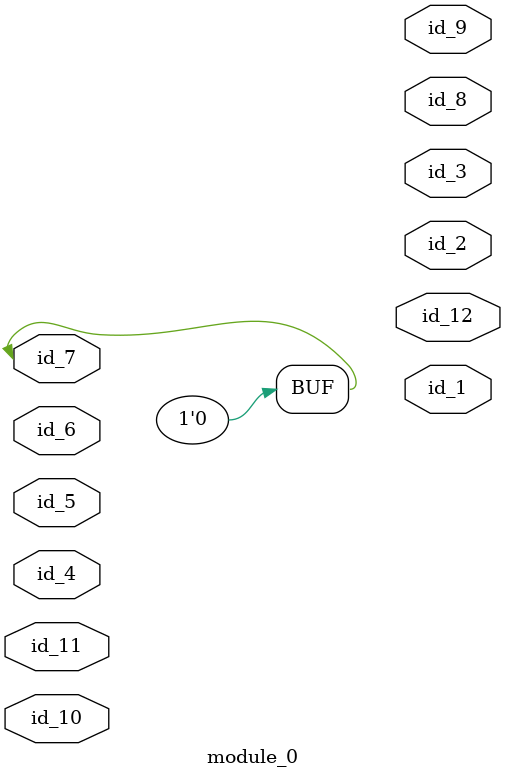
<source format=v>
module module_0 (
    id_1,
    id_2,
    id_3,
    id_4,
    id_5,
    id_6,
    id_7,
    id_8,
    id_9,
    id_10,
    id_11,
    id_12
);
  output id_12;
  input id_11;
  input id_10;
  output id_9;
  output id_8;
  inout id_7;
  input id_6;
  inout id_5;
  input id_4;
  output id_3;
  output id_2;
  output id_1;
  assign id_7 = 1'b0 || id_7 && "" == 1;
endmodule

</source>
